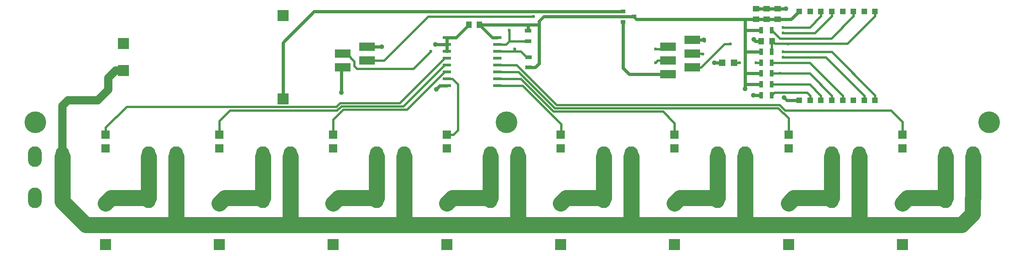
<source format=gbr>
G04 #@! TF.FileFunction,Copper,L1,Top,Signal*
%FSLAX46Y46*%
G04 Gerber Fmt 4.6, Leading zero omitted, Abs format (unit mm)*
G04 Created by KiCad (PCBNEW 4.0.7-e2-6376~58~ubuntu16.04.1) date Thu Jul 12 19:01:00 2018*
%MOMM*%
%LPD*%
G01*
G04 APERTURE LIST*
%ADD10C,0.100000*%
%ADD11O,2.540000X3.810000*%
%ADD12R,1.500000X0.600000*%
%ADD13R,2.000000X2.000000*%
%ADD14R,1.000000X1.000000*%
%ADD15R,1.500000X1.500000*%
%ADD16R,3.000000X1.500000*%
%ADD17R,1.250000X1.000000*%
%ADD18R,1.000000X1.250000*%
%ADD19R,1.200000X1.200000*%
%ADD20R,0.900000X0.800000*%
%ADD21R,0.700000X1.300000*%
%ADD22R,1.300000X0.700000*%
%ADD23C,4.000000*%
%ADD24C,0.900000*%
%ADD25C,0.600000*%
%ADD26C,0.600000*%
%ADD27C,0.400000*%
%ADD28C,1.500000*%
%ADD29C,3.000000*%
G04 APERTURE END LIST*
D10*
D11*
X52920000Y-118380000D03*
X52920000Y-126000000D03*
X58000000Y-118380000D03*
X58000000Y-126000000D03*
X73920000Y-118380000D03*
X73920000Y-126000000D03*
X79000000Y-118380000D03*
X79000000Y-126000000D03*
X95000000Y-118380000D03*
X95000000Y-126000000D03*
X100080000Y-118380000D03*
X100080000Y-126000000D03*
X116000000Y-118380000D03*
X116000000Y-126000000D03*
X121080000Y-118380000D03*
X121080000Y-126000000D03*
X137000000Y-118380000D03*
X137000000Y-126000000D03*
X142080000Y-118380000D03*
X142080000Y-126000000D03*
X157920000Y-118380000D03*
X157920000Y-126000000D03*
X163000000Y-118380000D03*
X163000000Y-126000000D03*
X178920000Y-118380000D03*
X178920000Y-126000000D03*
X184000000Y-118380000D03*
X184000000Y-126000000D03*
X200000000Y-118380000D03*
X200000000Y-126000000D03*
X205080000Y-118380000D03*
X205080000Y-126000000D03*
X221000000Y-118380000D03*
X221000000Y-126000000D03*
X226080000Y-118380000D03*
X226080000Y-126000000D03*
D12*
X129000000Y-96380000D03*
X129000000Y-97650000D03*
X129000000Y-98920000D03*
X129000000Y-100190000D03*
X129000000Y-101460000D03*
X129000000Y-102730000D03*
X129000000Y-104000000D03*
X129000000Y-105270000D03*
X138300000Y-105270000D03*
X138300000Y-104000000D03*
X138300000Y-102730000D03*
X138300000Y-101460000D03*
X138300000Y-100190000D03*
X138300000Y-98920000D03*
X138300000Y-97650000D03*
X138300000Y-96380000D03*
D13*
X69300000Y-97500000D03*
X69300000Y-102500000D03*
X98700000Y-92300000D03*
X98700000Y-107700000D03*
D14*
X208000000Y-91500000D03*
X206000000Y-91500000D03*
X204000000Y-91500000D03*
X202000000Y-91500000D03*
X200000000Y-91500000D03*
X198000000Y-91500000D03*
X196000000Y-91500000D03*
X194000000Y-91500000D03*
X194000000Y-108000000D03*
X196000000Y-108000000D03*
X198000000Y-108000000D03*
X200000000Y-108000000D03*
X202000000Y-108000000D03*
X204000000Y-108000000D03*
X206000000Y-108000000D03*
X208000000Y-108000000D03*
D15*
X66000000Y-114300000D03*
X66000000Y-116840000D03*
D13*
X66000000Y-127000000D03*
X66000000Y-134620000D03*
D15*
X87000000Y-114300000D03*
X87000000Y-116840000D03*
D13*
X87000000Y-127000000D03*
X87000000Y-134620000D03*
D15*
X108000000Y-114300000D03*
X108000000Y-116840000D03*
D13*
X108000000Y-127000000D03*
X108000000Y-134620000D03*
D15*
X129000000Y-114300000D03*
X129000000Y-116840000D03*
D13*
X129000000Y-127000000D03*
X129000000Y-134620000D03*
D15*
X150000000Y-114300000D03*
X150000000Y-116840000D03*
D13*
X150000000Y-127000000D03*
X150000000Y-134620000D03*
D15*
X171000000Y-114300000D03*
X171000000Y-116840000D03*
D13*
X171000000Y-127000000D03*
X171000000Y-134620000D03*
D15*
X192000000Y-114300000D03*
X192000000Y-116840000D03*
D13*
X192000000Y-127000000D03*
X192000000Y-134620000D03*
D15*
X213000000Y-114300000D03*
X213000000Y-116840000D03*
D13*
X213000000Y-127000000D03*
X213000000Y-134620000D03*
D16*
X174250000Y-96825000D03*
X169750000Y-98095000D03*
X174250000Y-99365000D03*
X169750000Y-100635000D03*
X174250000Y-101905000D03*
X169750000Y-103175000D03*
X114250000Y-98095000D03*
X109750000Y-99365000D03*
X114250000Y-100635000D03*
X109750000Y-101905000D03*
D17*
X186000000Y-93000000D03*
X186000000Y-91000000D03*
X188000000Y-93000000D03*
X188000000Y-91000000D03*
X190000000Y-93000000D03*
X190000000Y-91000000D03*
D18*
X187000000Y-97000000D03*
X189000000Y-97000000D03*
D19*
X182000000Y-101000000D03*
X179800000Y-101000000D03*
D20*
X161500000Y-91550000D03*
X161500000Y-93450000D03*
X163500000Y-92500000D03*
D21*
X187000000Y-101000000D03*
X188900000Y-101000000D03*
D22*
X143950000Y-95100000D03*
X143950000Y-97000000D03*
X144000000Y-100000000D03*
X144000000Y-101900000D03*
D21*
X188900000Y-103000000D03*
X187000000Y-103000000D03*
X188900000Y-105000000D03*
X187000000Y-105000000D03*
X188900000Y-95000000D03*
X187000000Y-95000000D03*
X188900000Y-99000000D03*
X187000000Y-99000000D03*
X188900000Y-107000000D03*
X187000000Y-107000000D03*
D18*
X135000000Y-94000000D03*
X133000000Y-94000000D03*
D23*
X140000000Y-112000000D03*
X229000000Y-112000000D03*
X53000000Y-112000000D03*
D24*
X109500000Y-106500000D03*
X184022601Y-105816518D03*
X126870478Y-97668546D03*
X185601048Y-96692565D03*
X178343175Y-100988127D03*
X191153126Y-107416923D03*
X185500000Y-107000000D03*
X191500000Y-91000000D03*
X176350000Y-96825000D03*
X127000000Y-105920000D03*
X116905000Y-98095000D03*
D25*
X181260660Y-97588161D03*
X191957425Y-97542575D03*
X145000000Y-92500000D03*
X140500000Y-95000000D03*
X191000000Y-94500000D03*
X125980859Y-98917459D03*
X141500000Y-98500000D03*
X191000000Y-95500000D03*
X190500000Y-103000000D03*
X167500000Y-101000000D03*
X176210331Y-99368926D03*
X191000000Y-100000000D03*
X167500000Y-98500000D03*
X191000000Y-99000000D03*
X183000000Y-101000000D03*
X186000000Y-101000000D03*
D26*
X109500000Y-106500000D02*
X109500000Y-102155000D01*
X109500000Y-102155000D02*
X109750000Y-101905000D01*
X184000000Y-103000000D02*
X184000000Y-105000000D01*
X184000000Y-105000000D02*
X184000000Y-105592111D01*
X185252713Y-105000000D02*
X184000000Y-105000000D01*
X187000000Y-105000000D02*
X185252713Y-105000000D01*
X184022601Y-105657542D02*
X184022601Y-105816518D01*
X183978585Y-105613526D02*
X184022601Y-105657542D01*
X184000000Y-105592111D02*
X183978585Y-105613526D01*
X146000000Y-94000000D02*
X146000000Y-93311926D01*
X146000000Y-93311926D02*
X146811926Y-92500000D01*
X146811926Y-92500000D02*
X163500000Y-92500000D01*
X146000000Y-101150000D02*
X146000000Y-94000000D01*
X146000000Y-94000000D02*
X145907354Y-94000000D01*
X144020372Y-94000000D02*
X145907354Y-94000000D01*
X144000000Y-101900000D02*
X145250000Y-101900000D01*
X145250000Y-101900000D02*
X146000000Y-101150000D01*
X143950000Y-95100000D02*
X143950000Y-94070372D01*
X143950000Y-94070372D02*
X144020372Y-94000000D01*
X135000000Y-94000000D02*
X144020372Y-94000000D01*
X138300000Y-96380000D02*
X137380000Y-96380000D01*
X137380000Y-96380000D02*
X135000000Y-94000000D01*
X135000000Y-94000000D02*
X138300000Y-94000000D01*
X163500000Y-92500000D02*
X163500000Y-92534834D01*
X163500000Y-92534834D02*
X163965166Y-93000000D01*
X163965166Y-93000000D02*
X184000000Y-93000000D01*
X184000000Y-93000000D02*
X184775000Y-93000000D01*
X184000000Y-93775000D02*
X184000000Y-93000000D01*
X184000000Y-95000000D02*
X184000000Y-93775000D01*
X184000000Y-99000000D02*
X184000000Y-95000000D01*
X187000000Y-95000000D02*
X184000000Y-95000000D01*
X184000000Y-103000000D02*
X184000000Y-99000000D01*
X187000000Y-99000000D02*
X186050000Y-99000000D01*
X186050000Y-99000000D02*
X184000000Y-99000000D01*
X187000000Y-103000000D02*
X184000000Y-103000000D01*
X184775000Y-93000000D02*
X186000000Y-93000000D01*
X186000000Y-93000000D02*
X187000000Y-93000000D01*
X187000000Y-93000000D02*
X188000000Y-93000000D01*
X190000000Y-93000000D02*
X192500000Y-93000000D01*
X192500000Y-93000000D02*
X194000000Y-91500000D01*
X188000000Y-93000000D02*
X190000000Y-93000000D01*
X126889024Y-97650000D02*
X126870478Y-97668546D01*
X129000000Y-97650000D02*
X126889024Y-97650000D01*
X185601048Y-96701048D02*
X185601048Y-96692565D01*
X185900000Y-97000000D02*
X185601048Y-96701048D01*
X187000000Y-97000000D02*
X185900000Y-97000000D01*
X178355048Y-101000000D02*
X178343175Y-100988127D01*
X179800000Y-101000000D02*
X178355048Y-101000000D01*
X191603125Y-107866922D02*
X191153126Y-107416923D01*
X191736203Y-108000000D02*
X191603125Y-107866922D01*
X194000000Y-108000000D02*
X191736203Y-108000000D01*
X129000000Y-96380000D02*
X130620000Y-96380000D01*
X130620000Y-96380000D02*
X133000000Y-94000000D01*
X187000000Y-107000000D02*
X185500000Y-107000000D01*
X190000000Y-91000000D02*
X191500000Y-91000000D01*
X188000000Y-91000000D02*
X190000000Y-91000000D01*
X186000000Y-91000000D02*
X188000000Y-91000000D01*
X176500000Y-96975000D02*
X176350000Y-96825000D01*
X174250000Y-96825000D02*
X176350000Y-96825000D01*
X129000000Y-105270000D02*
X127650000Y-105270000D01*
X127650000Y-105270000D02*
X127000000Y-105920000D01*
X129000000Y-97650000D02*
X129000000Y-98920000D01*
X129000000Y-96380000D02*
X129000000Y-97650000D01*
X114250000Y-98095000D02*
X116905000Y-98095000D01*
D27*
X191957425Y-97542575D02*
X191957425Y-97503112D01*
X191957425Y-97503112D02*
X191951820Y-97497507D01*
X191951820Y-97497507D02*
X191502493Y-97497507D01*
X191502493Y-97497507D02*
X191500000Y-97500000D01*
X202900000Y-97500000D02*
X191500000Y-97500000D01*
X191500000Y-97500000D02*
X189500000Y-97500000D01*
X174250000Y-101905000D02*
X175838377Y-101905000D01*
X175838377Y-101905000D02*
X180155216Y-97588161D01*
X180155216Y-97588161D02*
X180836396Y-97588161D01*
X180836396Y-97588161D02*
X181260660Y-97588161D01*
X208000000Y-91500000D02*
X208000000Y-92400000D01*
X208000000Y-92400000D02*
X202900000Y-97500000D01*
X189500000Y-97500000D02*
X189000000Y-97000000D01*
X188900000Y-99000000D02*
X188900000Y-97100000D01*
X188900000Y-97100000D02*
X189000000Y-97000000D01*
D26*
X104450000Y-91550000D02*
X98700000Y-97300000D01*
X98700000Y-97300000D02*
X98700000Y-107700000D01*
X161500000Y-91550000D02*
X104450000Y-91550000D01*
X161500000Y-102000000D02*
X162675000Y-103175000D01*
X162675000Y-103175000D02*
X169750000Y-103175000D01*
X161500000Y-93450000D02*
X161500000Y-102000000D01*
D28*
X58000000Y-118380000D02*
X58000000Y-109000000D01*
X66500000Y-106000000D02*
X66500000Y-103825241D01*
X58000000Y-109000000D02*
X59000000Y-108000000D01*
X59000000Y-108000000D02*
X64500000Y-108000000D01*
X64500000Y-108000000D02*
X66500000Y-106000000D01*
X66500000Y-103825241D02*
X67825241Y-102500000D01*
X67825241Y-102500000D02*
X69300000Y-102500000D01*
D29*
X226080000Y-118380000D02*
X226080000Y-126000000D01*
X184000000Y-131000000D02*
X205000000Y-131000000D01*
X205000000Y-131000000D02*
X224000000Y-131000000D01*
X205080000Y-130920000D02*
X205000000Y-131000000D01*
X205080000Y-126000000D02*
X205080000Y-130920000D01*
X205080000Y-118380000D02*
X205080000Y-126000000D01*
X163500000Y-131000000D02*
X184000000Y-131000000D01*
X184000000Y-126000000D02*
X184000000Y-131000000D01*
X184000000Y-118380000D02*
X184000000Y-126000000D01*
X142500000Y-131000000D02*
X163500000Y-131000000D01*
X163000000Y-126000000D02*
X163000000Y-130905000D01*
X163000000Y-130905000D02*
X163095000Y-131000000D01*
X163095000Y-131000000D02*
X163500000Y-131000000D01*
X163000000Y-118380000D02*
X163000000Y-126000000D01*
X121000000Y-131000000D02*
X142500000Y-131000000D01*
X142080000Y-126000000D02*
X142080000Y-130905000D01*
X142080000Y-130905000D02*
X142175000Y-131000000D01*
X142175000Y-131000000D02*
X142500000Y-131000000D01*
X142080000Y-118380000D02*
X142080000Y-126000000D01*
X100000000Y-131000000D02*
X121000000Y-131000000D01*
X121080000Y-126000000D02*
X121080000Y-130920000D01*
X121080000Y-130920000D02*
X121000000Y-131000000D01*
X121080000Y-118380000D02*
X121080000Y-126000000D01*
X58000000Y-118380000D02*
X58000000Y-126000000D01*
X100080000Y-118380000D02*
X100080000Y-126000000D01*
X79000000Y-118380000D02*
X79000000Y-126000000D01*
X79000000Y-131000000D02*
X100000000Y-131000000D01*
X100080000Y-126000000D02*
X100080000Y-130920000D01*
X100080000Y-130920000D02*
X100000000Y-131000000D01*
X62365000Y-131000000D02*
X79000000Y-131000000D01*
X79000000Y-126000000D02*
X79000000Y-130905000D01*
X79000000Y-130905000D02*
X79000000Y-131000000D01*
X58000000Y-126000000D02*
X58000000Y-126635000D01*
X58000000Y-126635000D02*
X62365000Y-131000000D01*
X224000000Y-131000000D02*
X226000000Y-129000000D01*
X226000000Y-126080000D02*
X226080000Y-126000000D01*
X226000000Y-129000000D02*
X226000000Y-126080000D01*
X73920000Y-126000000D02*
X67000000Y-126000000D01*
X67000000Y-126000000D02*
X66000000Y-127000000D01*
X73920000Y-118380000D02*
X73920000Y-126000000D01*
X95000000Y-126000000D02*
X88000000Y-126000000D01*
X88000000Y-126000000D02*
X87000000Y-127000000D01*
X95000000Y-118380000D02*
X95000000Y-126000000D01*
X116000000Y-126000000D02*
X109000000Y-126000000D01*
X109000000Y-126000000D02*
X108000000Y-127000000D01*
X116000000Y-118380000D02*
X116000000Y-126000000D01*
X137000000Y-126000000D02*
X130000000Y-126000000D01*
X130000000Y-126000000D02*
X129000000Y-127000000D01*
X137000000Y-118380000D02*
X137000000Y-126000000D01*
X157920000Y-126000000D02*
X151000000Y-126000000D01*
X151000000Y-126000000D02*
X150000000Y-127000000D01*
X157920000Y-118380000D02*
X157920000Y-126000000D01*
X178920000Y-126000000D02*
X172000000Y-126000000D01*
X172000000Y-126000000D02*
X171000000Y-127000000D01*
X178920000Y-118380000D02*
X178920000Y-126000000D01*
X200000000Y-126000000D02*
X193000000Y-126000000D01*
X193000000Y-126000000D02*
X192000000Y-127000000D01*
X200000000Y-118380000D02*
X200000000Y-126000000D01*
X221000000Y-126000000D02*
X214000000Y-126000000D01*
X214000000Y-126000000D02*
X213000000Y-127000000D01*
X221000000Y-118380000D02*
X221000000Y-126000000D01*
D27*
X125500000Y-92500000D02*
X145000000Y-92500000D01*
X117365000Y-100635000D02*
X125500000Y-92500000D01*
X114250000Y-100635000D02*
X117365000Y-100635000D01*
X140486339Y-97008439D02*
X140494778Y-97000000D01*
X140494778Y-97000000D02*
X143650000Y-97000000D01*
X143650000Y-97000000D02*
X143950000Y-97000000D01*
X138300000Y-97650000D02*
X139863006Y-97650000D01*
X139863006Y-97650000D02*
X140500010Y-97012996D01*
X140500010Y-97012996D02*
X140500010Y-96500010D01*
X140500010Y-96500010D02*
X140500000Y-96500000D01*
X140500000Y-95000000D02*
X140500000Y-96500000D01*
X195900000Y-94500000D02*
X191000000Y-94500000D01*
X198000000Y-91500000D02*
X198000000Y-92400000D01*
X198000000Y-92400000D02*
X195900000Y-94500000D01*
X109750000Y-99365000D02*
X110500000Y-99365000D01*
X110500000Y-99365000D02*
X111859306Y-100724306D01*
X111859306Y-100724306D02*
X111859306Y-101611314D01*
X111859306Y-101611314D02*
X112349247Y-102101255D01*
X112349247Y-102101255D02*
X122797063Y-102101255D01*
X122797063Y-102101255D02*
X125680860Y-99217458D01*
X125680860Y-99217458D02*
X125980859Y-98917459D01*
X138300000Y-98920000D02*
X141500000Y-98920000D01*
X141500000Y-98920000D02*
X142620000Y-98920000D01*
X141500000Y-98500000D02*
X141500000Y-98920000D01*
X142620000Y-98920000D02*
X143700000Y-100000000D01*
X143700000Y-100000000D02*
X144000000Y-100000000D01*
X196900000Y-95500000D02*
X191000000Y-95500000D01*
X200000000Y-91500000D02*
X200000000Y-92400000D01*
X200000000Y-92400000D02*
X196900000Y-95500000D01*
X202000000Y-108000000D02*
X202000000Y-107100000D01*
X202000000Y-107100000D02*
X195900000Y-101000000D01*
X195900000Y-101000000D02*
X189650000Y-101000000D01*
X189650000Y-101000000D02*
X188900000Y-101000000D01*
X195900000Y-103000000D02*
X190500000Y-103000000D01*
X190500000Y-103000000D02*
X189650000Y-103000000D01*
X167500000Y-100985000D02*
X167500000Y-101000000D01*
X169750000Y-100635000D02*
X167850000Y-100635000D01*
X167850000Y-100635000D02*
X167500000Y-100985000D01*
X200000000Y-108000000D02*
X200000000Y-107100000D01*
X189650000Y-103000000D02*
X188900000Y-103000000D01*
X200000000Y-107100000D02*
X195900000Y-103000000D01*
X198000000Y-108000000D02*
X198000000Y-107100000D01*
X198000000Y-107100000D02*
X195900000Y-105000000D01*
X195900000Y-105000000D02*
X189650000Y-105000000D01*
X189650000Y-105000000D02*
X188900000Y-105000000D01*
X199900000Y-96500000D02*
X190400000Y-96500000D01*
X190400000Y-96500000D02*
X188900000Y-95000000D01*
X204000000Y-91500000D02*
X204000000Y-92400000D01*
X204000000Y-92400000D02*
X199900000Y-96500000D01*
X196000000Y-108000000D02*
X196000000Y-107100000D01*
X196000000Y-107100000D02*
X195400000Y-106500000D01*
X195400000Y-106500000D02*
X189400000Y-106500000D01*
X189400000Y-106500000D02*
X188900000Y-107000000D01*
X129000000Y-100190000D02*
X128550000Y-100190000D01*
X128550000Y-100190000D02*
X120255744Y-108484256D01*
X120255744Y-108484256D02*
X109212852Y-108484256D01*
X109212852Y-108484256D02*
X108583227Y-109113882D01*
X108583227Y-109113882D02*
X69857675Y-109113882D01*
X69857675Y-109113882D02*
X66000000Y-112971557D01*
X66000000Y-112971557D02*
X66000000Y-114300000D01*
X129000000Y-101460000D02*
X128550000Y-101460000D01*
X128550000Y-101460000D02*
X120925733Y-109084267D01*
X120925733Y-109084267D02*
X109461384Y-109084267D01*
X109461384Y-109084267D02*
X108683786Y-109861865D01*
X108683786Y-109861865D02*
X88915573Y-109861865D01*
X88915573Y-109861865D02*
X87000000Y-111777438D01*
X87000000Y-111777438D02*
X87000000Y-114300000D01*
X121595722Y-109684278D02*
X109815722Y-109684278D01*
X128550000Y-102730000D02*
X121595722Y-109684278D01*
X109815722Y-109684278D02*
X108000000Y-111500000D01*
X129000000Y-102730000D02*
X128550000Y-102730000D01*
X108000000Y-111500000D02*
X108000000Y-114300000D01*
X129000000Y-104000000D02*
X130000000Y-104000000D01*
X130000000Y-104000000D02*
X131000000Y-105000000D01*
X131000000Y-105000000D02*
X131000000Y-113450000D01*
X131000000Y-113450000D02*
X130150000Y-114300000D01*
X130150000Y-114300000D02*
X129000000Y-114300000D01*
X138300000Y-105270000D02*
X142964402Y-105270000D01*
X142964402Y-105270000D02*
X150037284Y-112342882D01*
X150037284Y-112342882D02*
X150037284Y-114300000D01*
X150037284Y-114300000D02*
X150000000Y-114300000D01*
X138300000Y-104000000D02*
X142586885Y-104000000D01*
X142586885Y-104000000D02*
X148595581Y-110008696D01*
X148595581Y-110008696D02*
X168818017Y-110008696D01*
X168818017Y-110008696D02*
X171000000Y-112190679D01*
X171000000Y-112190679D02*
X171000000Y-114300000D01*
X138300000Y-102730000D02*
X142165427Y-102730000D01*
X192000000Y-111264554D02*
X192000000Y-114300000D01*
X142165427Y-102730000D02*
X148835416Y-109399989D01*
X148835416Y-109399989D02*
X190135435Y-109399989D01*
X190135435Y-109399989D02*
X192000000Y-111264554D01*
X138300000Y-101460000D02*
X141839998Y-101460000D01*
X141839998Y-101460000D02*
X149179976Y-108799978D01*
X210906465Y-109812698D02*
X213000000Y-111906233D01*
X149179976Y-108799978D02*
X190383967Y-108799978D01*
X190383967Y-108799978D02*
X191396687Y-109812698D01*
X191396687Y-109812698D02*
X210906465Y-109812698D01*
X213000000Y-111906233D02*
X213000000Y-114300000D01*
X176206405Y-99365000D02*
X176210331Y-99368926D01*
X174250000Y-99365000D02*
X176206405Y-99365000D01*
X198900000Y-100000000D02*
X191000000Y-100000000D01*
X206000000Y-108000000D02*
X206000000Y-107100000D01*
X206000000Y-107100000D02*
X198900000Y-100000000D01*
X167500000Y-98500000D02*
X169345000Y-98500000D01*
X169345000Y-98500000D02*
X169750000Y-98095000D01*
X200000000Y-99000000D02*
X191000000Y-99000000D01*
X208000000Y-107000000D02*
X200000000Y-99000000D01*
X208000000Y-108000000D02*
X208000000Y-107000000D01*
X183000000Y-101000000D02*
X182000000Y-101000000D01*
X187000000Y-101000000D02*
X186000000Y-101000000D01*
M02*

</source>
